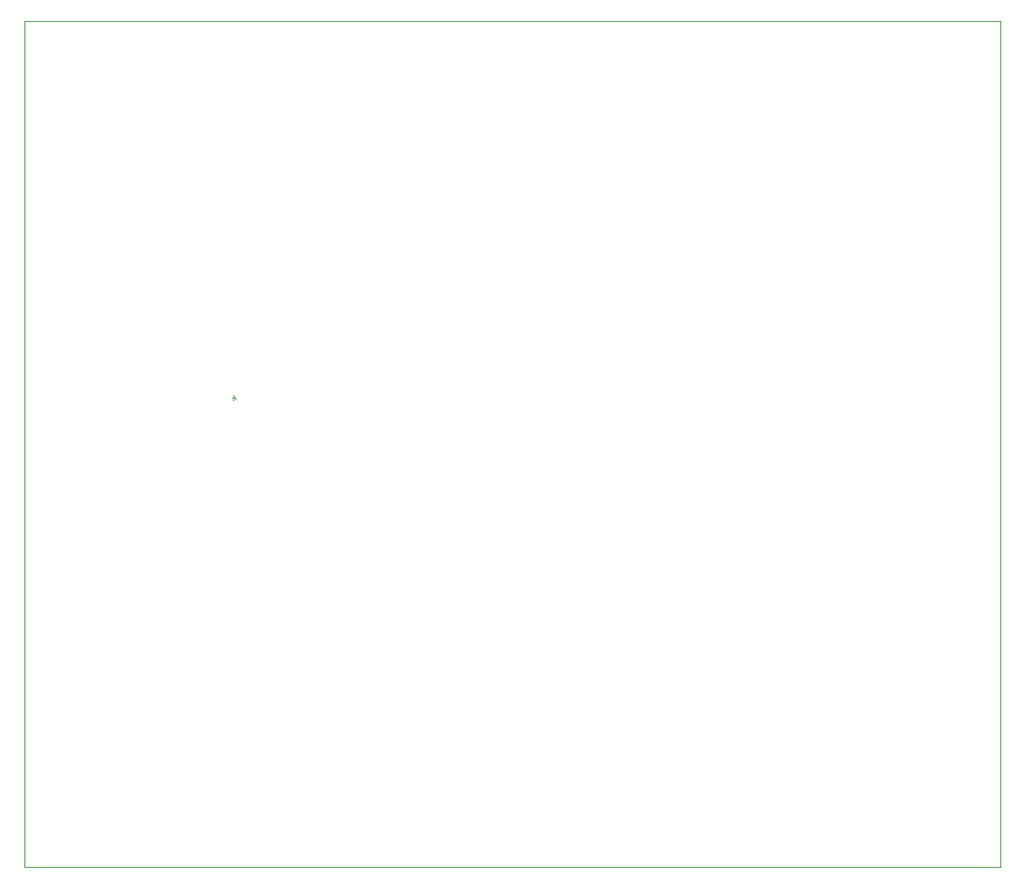
<source format=gbr>
G04 #@! TF.GenerationSoftware,KiCad,Pcbnew,(5.0.1)-4*
G04 #@! TF.CreationDate,2019-02-26T19:28:48-05:00*
G04 #@! TF.ProjectId,Capstone,43617073746F6E652E6B696361645F70,v01*
G04 #@! TF.SameCoordinates,Original*
G04 #@! TF.FileFunction,Profile,NP*
%FSLAX46Y46*%
G04 Gerber Fmt 4.6, Leading zero omitted, Abs format (unit mm)*
G04 Created by KiCad (PCBNEW (5.0.1)-4) date 26/02/2019 7:28:48 PM*
%MOMM*%
%LPD*%
G01*
G04 APERTURE LIST*
%ADD10C,0.025400*%
%ADD11C,0.050000*%
G04 APERTURE END LIST*
D10*
X110000000Y-135000000D02*
X208000000Y-135000000D01*
X208000000Y-50000000D02*
X208000000Y-135000000D01*
X110000000Y-50000000D02*
X208000000Y-50000000D01*
X110000000Y-50000000D02*
X110000000Y-135000000D01*
G04 #@! TO.C,U1*
D11*
X130818160Y-87855220D02*
X131056256Y-87855220D01*
X130961018Y-88093315D02*
X131056256Y-87855220D01*
X130961018Y-87617124D01*
X131246732Y-87998077D02*
X131056256Y-87855220D01*
X131246732Y-87712362D01*
G04 #@! TD*
M02*

</source>
